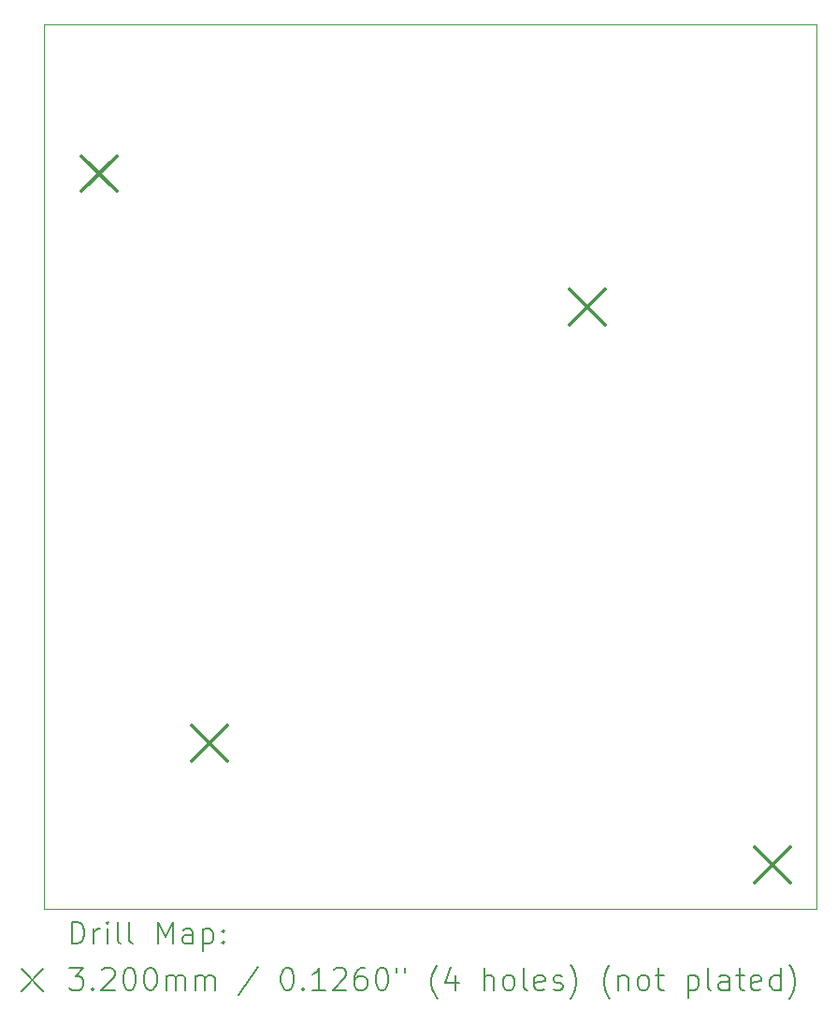
<source format=gbr>
%TF.GenerationSoftware,KiCad,Pcbnew,(6.0.8-1)-1*%
%TF.CreationDate,2022-11-24T03:45:07+08:00*%
%TF.ProjectId,CCTV3_F407_REV200,43435456-335f-4463-9430-375f52455632,rev?*%
%TF.SameCoordinates,Original*%
%TF.FileFunction,Drillmap*%
%TF.FilePolarity,Positive*%
%FSLAX45Y45*%
G04 Gerber Fmt 4.5, Leading zero omitted, Abs format (unit mm)*
G04 Created by KiCad (PCBNEW (6.0.8-1)-1) date 2022-11-24 03:45:07*
%MOMM*%
%LPD*%
G01*
G04 APERTURE LIST*
%ADD10C,0.100000*%
%ADD11C,0.200000*%
%ADD12C,0.320000*%
G04 APERTURE END LIST*
D10*
X2000000Y-2000000D02*
X9000000Y-2000000D01*
X9000000Y-2000000D02*
X9000000Y-10000000D01*
X9000000Y-10000000D02*
X2000000Y-10000000D01*
X2000000Y-10000000D02*
X2000000Y-2000000D01*
D11*
D12*
X2340000Y-3190000D02*
X2660000Y-3510000D01*
X2660000Y-3190000D02*
X2340000Y-3510000D01*
X3340000Y-8340000D02*
X3660000Y-8660000D01*
X3660000Y-8340000D02*
X3340000Y-8660000D01*
X6760000Y-4400000D02*
X7080000Y-4720000D01*
X7080000Y-4400000D02*
X6760000Y-4720000D01*
X8440000Y-9440000D02*
X8760000Y-9760000D01*
X8760000Y-9440000D02*
X8440000Y-9760000D01*
D11*
X2252619Y-10315476D02*
X2252619Y-10115476D01*
X2300238Y-10115476D01*
X2328810Y-10125000D01*
X2347857Y-10144048D01*
X2357381Y-10163095D01*
X2366905Y-10201190D01*
X2366905Y-10229762D01*
X2357381Y-10267857D01*
X2347857Y-10286905D01*
X2328810Y-10305952D01*
X2300238Y-10315476D01*
X2252619Y-10315476D01*
X2452619Y-10315476D02*
X2452619Y-10182143D01*
X2452619Y-10220238D02*
X2462143Y-10201190D01*
X2471667Y-10191667D01*
X2490714Y-10182143D01*
X2509762Y-10182143D01*
X2576429Y-10315476D02*
X2576429Y-10182143D01*
X2576429Y-10115476D02*
X2566905Y-10125000D01*
X2576429Y-10134524D01*
X2585952Y-10125000D01*
X2576429Y-10115476D01*
X2576429Y-10134524D01*
X2700238Y-10315476D02*
X2681190Y-10305952D01*
X2671667Y-10286905D01*
X2671667Y-10115476D01*
X2805000Y-10315476D02*
X2785952Y-10305952D01*
X2776429Y-10286905D01*
X2776429Y-10115476D01*
X3033571Y-10315476D02*
X3033571Y-10115476D01*
X3100238Y-10258333D01*
X3166905Y-10115476D01*
X3166905Y-10315476D01*
X3347857Y-10315476D02*
X3347857Y-10210714D01*
X3338333Y-10191667D01*
X3319286Y-10182143D01*
X3281190Y-10182143D01*
X3262143Y-10191667D01*
X3347857Y-10305952D02*
X3328809Y-10315476D01*
X3281190Y-10315476D01*
X3262143Y-10305952D01*
X3252619Y-10286905D01*
X3252619Y-10267857D01*
X3262143Y-10248810D01*
X3281190Y-10239286D01*
X3328809Y-10239286D01*
X3347857Y-10229762D01*
X3443095Y-10182143D02*
X3443095Y-10382143D01*
X3443095Y-10191667D02*
X3462143Y-10182143D01*
X3500238Y-10182143D01*
X3519286Y-10191667D01*
X3528809Y-10201190D01*
X3538333Y-10220238D01*
X3538333Y-10277381D01*
X3528809Y-10296429D01*
X3519286Y-10305952D01*
X3500238Y-10315476D01*
X3462143Y-10315476D01*
X3443095Y-10305952D01*
X3624048Y-10296429D02*
X3633571Y-10305952D01*
X3624048Y-10315476D01*
X3614524Y-10305952D01*
X3624048Y-10296429D01*
X3624048Y-10315476D01*
X3624048Y-10191667D02*
X3633571Y-10201190D01*
X3624048Y-10210714D01*
X3614524Y-10201190D01*
X3624048Y-10191667D01*
X3624048Y-10210714D01*
X1795000Y-10545000D02*
X1995000Y-10745000D01*
X1995000Y-10545000D02*
X1795000Y-10745000D01*
X2233571Y-10535476D02*
X2357381Y-10535476D01*
X2290714Y-10611667D01*
X2319286Y-10611667D01*
X2338333Y-10621190D01*
X2347857Y-10630714D01*
X2357381Y-10649762D01*
X2357381Y-10697381D01*
X2347857Y-10716429D01*
X2338333Y-10725952D01*
X2319286Y-10735476D01*
X2262143Y-10735476D01*
X2243095Y-10725952D01*
X2233571Y-10716429D01*
X2443095Y-10716429D02*
X2452619Y-10725952D01*
X2443095Y-10735476D01*
X2433571Y-10725952D01*
X2443095Y-10716429D01*
X2443095Y-10735476D01*
X2528810Y-10554524D02*
X2538333Y-10545000D01*
X2557381Y-10535476D01*
X2605000Y-10535476D01*
X2624048Y-10545000D01*
X2633571Y-10554524D01*
X2643095Y-10573571D01*
X2643095Y-10592619D01*
X2633571Y-10621190D01*
X2519286Y-10735476D01*
X2643095Y-10735476D01*
X2766905Y-10535476D02*
X2785952Y-10535476D01*
X2805000Y-10545000D01*
X2814524Y-10554524D01*
X2824048Y-10573571D01*
X2833571Y-10611667D01*
X2833571Y-10659286D01*
X2824048Y-10697381D01*
X2814524Y-10716429D01*
X2805000Y-10725952D01*
X2785952Y-10735476D01*
X2766905Y-10735476D01*
X2747857Y-10725952D01*
X2738333Y-10716429D01*
X2728810Y-10697381D01*
X2719286Y-10659286D01*
X2719286Y-10611667D01*
X2728810Y-10573571D01*
X2738333Y-10554524D01*
X2747857Y-10545000D01*
X2766905Y-10535476D01*
X2957381Y-10535476D02*
X2976428Y-10535476D01*
X2995476Y-10545000D01*
X3005000Y-10554524D01*
X3014524Y-10573571D01*
X3024048Y-10611667D01*
X3024048Y-10659286D01*
X3014524Y-10697381D01*
X3005000Y-10716429D01*
X2995476Y-10725952D01*
X2976428Y-10735476D01*
X2957381Y-10735476D01*
X2938333Y-10725952D01*
X2928809Y-10716429D01*
X2919286Y-10697381D01*
X2909762Y-10659286D01*
X2909762Y-10611667D01*
X2919286Y-10573571D01*
X2928809Y-10554524D01*
X2938333Y-10545000D01*
X2957381Y-10535476D01*
X3109762Y-10735476D02*
X3109762Y-10602143D01*
X3109762Y-10621190D02*
X3119286Y-10611667D01*
X3138333Y-10602143D01*
X3166905Y-10602143D01*
X3185952Y-10611667D01*
X3195476Y-10630714D01*
X3195476Y-10735476D01*
X3195476Y-10630714D02*
X3205000Y-10611667D01*
X3224048Y-10602143D01*
X3252619Y-10602143D01*
X3271667Y-10611667D01*
X3281190Y-10630714D01*
X3281190Y-10735476D01*
X3376428Y-10735476D02*
X3376428Y-10602143D01*
X3376428Y-10621190D02*
X3385952Y-10611667D01*
X3405000Y-10602143D01*
X3433571Y-10602143D01*
X3452619Y-10611667D01*
X3462143Y-10630714D01*
X3462143Y-10735476D01*
X3462143Y-10630714D02*
X3471667Y-10611667D01*
X3490714Y-10602143D01*
X3519286Y-10602143D01*
X3538333Y-10611667D01*
X3547857Y-10630714D01*
X3547857Y-10735476D01*
X3938333Y-10525952D02*
X3766905Y-10783095D01*
X4195476Y-10535476D02*
X4214524Y-10535476D01*
X4233571Y-10545000D01*
X4243095Y-10554524D01*
X4252619Y-10573571D01*
X4262143Y-10611667D01*
X4262143Y-10659286D01*
X4252619Y-10697381D01*
X4243095Y-10716429D01*
X4233571Y-10725952D01*
X4214524Y-10735476D01*
X4195476Y-10735476D01*
X4176428Y-10725952D01*
X4166905Y-10716429D01*
X4157381Y-10697381D01*
X4147857Y-10659286D01*
X4147857Y-10611667D01*
X4157381Y-10573571D01*
X4166905Y-10554524D01*
X4176428Y-10545000D01*
X4195476Y-10535476D01*
X4347857Y-10716429D02*
X4357381Y-10725952D01*
X4347857Y-10735476D01*
X4338333Y-10725952D01*
X4347857Y-10716429D01*
X4347857Y-10735476D01*
X4547857Y-10735476D02*
X4433571Y-10735476D01*
X4490714Y-10735476D02*
X4490714Y-10535476D01*
X4471667Y-10564048D01*
X4452619Y-10583095D01*
X4433571Y-10592619D01*
X4624048Y-10554524D02*
X4633571Y-10545000D01*
X4652619Y-10535476D01*
X4700238Y-10535476D01*
X4719286Y-10545000D01*
X4728810Y-10554524D01*
X4738333Y-10573571D01*
X4738333Y-10592619D01*
X4728810Y-10621190D01*
X4614524Y-10735476D01*
X4738333Y-10735476D01*
X4909762Y-10535476D02*
X4871667Y-10535476D01*
X4852619Y-10545000D01*
X4843095Y-10554524D01*
X4824048Y-10583095D01*
X4814524Y-10621190D01*
X4814524Y-10697381D01*
X4824048Y-10716429D01*
X4833571Y-10725952D01*
X4852619Y-10735476D01*
X4890714Y-10735476D01*
X4909762Y-10725952D01*
X4919286Y-10716429D01*
X4928810Y-10697381D01*
X4928810Y-10649762D01*
X4919286Y-10630714D01*
X4909762Y-10621190D01*
X4890714Y-10611667D01*
X4852619Y-10611667D01*
X4833571Y-10621190D01*
X4824048Y-10630714D01*
X4814524Y-10649762D01*
X5052619Y-10535476D02*
X5071667Y-10535476D01*
X5090714Y-10545000D01*
X5100238Y-10554524D01*
X5109762Y-10573571D01*
X5119286Y-10611667D01*
X5119286Y-10659286D01*
X5109762Y-10697381D01*
X5100238Y-10716429D01*
X5090714Y-10725952D01*
X5071667Y-10735476D01*
X5052619Y-10735476D01*
X5033571Y-10725952D01*
X5024048Y-10716429D01*
X5014524Y-10697381D01*
X5005000Y-10659286D01*
X5005000Y-10611667D01*
X5014524Y-10573571D01*
X5024048Y-10554524D01*
X5033571Y-10545000D01*
X5052619Y-10535476D01*
X5195476Y-10535476D02*
X5195476Y-10573571D01*
X5271667Y-10535476D02*
X5271667Y-10573571D01*
X5566905Y-10811667D02*
X5557381Y-10802143D01*
X5538333Y-10773571D01*
X5528810Y-10754524D01*
X5519286Y-10725952D01*
X5509762Y-10678333D01*
X5509762Y-10640238D01*
X5519286Y-10592619D01*
X5528810Y-10564048D01*
X5538333Y-10545000D01*
X5557381Y-10516429D01*
X5566905Y-10506905D01*
X5728809Y-10602143D02*
X5728809Y-10735476D01*
X5681190Y-10525952D02*
X5633571Y-10668810D01*
X5757381Y-10668810D01*
X5985952Y-10735476D02*
X5985952Y-10535476D01*
X6071667Y-10735476D02*
X6071667Y-10630714D01*
X6062143Y-10611667D01*
X6043095Y-10602143D01*
X6014524Y-10602143D01*
X5995476Y-10611667D01*
X5985952Y-10621190D01*
X6195476Y-10735476D02*
X6176428Y-10725952D01*
X6166905Y-10716429D01*
X6157381Y-10697381D01*
X6157381Y-10640238D01*
X6166905Y-10621190D01*
X6176428Y-10611667D01*
X6195476Y-10602143D01*
X6224048Y-10602143D01*
X6243095Y-10611667D01*
X6252619Y-10621190D01*
X6262143Y-10640238D01*
X6262143Y-10697381D01*
X6252619Y-10716429D01*
X6243095Y-10725952D01*
X6224048Y-10735476D01*
X6195476Y-10735476D01*
X6376428Y-10735476D02*
X6357381Y-10725952D01*
X6347857Y-10706905D01*
X6347857Y-10535476D01*
X6528809Y-10725952D02*
X6509762Y-10735476D01*
X6471667Y-10735476D01*
X6452619Y-10725952D01*
X6443095Y-10706905D01*
X6443095Y-10630714D01*
X6452619Y-10611667D01*
X6471667Y-10602143D01*
X6509762Y-10602143D01*
X6528809Y-10611667D01*
X6538333Y-10630714D01*
X6538333Y-10649762D01*
X6443095Y-10668810D01*
X6614524Y-10725952D02*
X6633571Y-10735476D01*
X6671667Y-10735476D01*
X6690714Y-10725952D01*
X6700238Y-10706905D01*
X6700238Y-10697381D01*
X6690714Y-10678333D01*
X6671667Y-10668810D01*
X6643095Y-10668810D01*
X6624048Y-10659286D01*
X6614524Y-10640238D01*
X6614524Y-10630714D01*
X6624048Y-10611667D01*
X6643095Y-10602143D01*
X6671667Y-10602143D01*
X6690714Y-10611667D01*
X6766905Y-10811667D02*
X6776428Y-10802143D01*
X6795476Y-10773571D01*
X6805000Y-10754524D01*
X6814524Y-10725952D01*
X6824048Y-10678333D01*
X6824048Y-10640238D01*
X6814524Y-10592619D01*
X6805000Y-10564048D01*
X6795476Y-10545000D01*
X6776428Y-10516429D01*
X6766905Y-10506905D01*
X7128809Y-10811667D02*
X7119286Y-10802143D01*
X7100238Y-10773571D01*
X7090714Y-10754524D01*
X7081190Y-10725952D01*
X7071667Y-10678333D01*
X7071667Y-10640238D01*
X7081190Y-10592619D01*
X7090714Y-10564048D01*
X7100238Y-10545000D01*
X7119286Y-10516429D01*
X7128809Y-10506905D01*
X7205000Y-10602143D02*
X7205000Y-10735476D01*
X7205000Y-10621190D02*
X7214524Y-10611667D01*
X7233571Y-10602143D01*
X7262143Y-10602143D01*
X7281190Y-10611667D01*
X7290714Y-10630714D01*
X7290714Y-10735476D01*
X7414524Y-10735476D02*
X7395476Y-10725952D01*
X7385952Y-10716429D01*
X7376428Y-10697381D01*
X7376428Y-10640238D01*
X7385952Y-10621190D01*
X7395476Y-10611667D01*
X7414524Y-10602143D01*
X7443095Y-10602143D01*
X7462143Y-10611667D01*
X7471667Y-10621190D01*
X7481190Y-10640238D01*
X7481190Y-10697381D01*
X7471667Y-10716429D01*
X7462143Y-10725952D01*
X7443095Y-10735476D01*
X7414524Y-10735476D01*
X7538333Y-10602143D02*
X7614524Y-10602143D01*
X7566905Y-10535476D02*
X7566905Y-10706905D01*
X7576428Y-10725952D01*
X7595476Y-10735476D01*
X7614524Y-10735476D01*
X7833571Y-10602143D02*
X7833571Y-10802143D01*
X7833571Y-10611667D02*
X7852619Y-10602143D01*
X7890714Y-10602143D01*
X7909762Y-10611667D01*
X7919286Y-10621190D01*
X7928809Y-10640238D01*
X7928809Y-10697381D01*
X7919286Y-10716429D01*
X7909762Y-10725952D01*
X7890714Y-10735476D01*
X7852619Y-10735476D01*
X7833571Y-10725952D01*
X8043095Y-10735476D02*
X8024048Y-10725952D01*
X8014524Y-10706905D01*
X8014524Y-10535476D01*
X8205000Y-10735476D02*
X8205000Y-10630714D01*
X8195476Y-10611667D01*
X8176428Y-10602143D01*
X8138333Y-10602143D01*
X8119286Y-10611667D01*
X8205000Y-10725952D02*
X8185952Y-10735476D01*
X8138333Y-10735476D01*
X8119286Y-10725952D01*
X8109762Y-10706905D01*
X8109762Y-10687857D01*
X8119286Y-10668810D01*
X8138333Y-10659286D01*
X8185952Y-10659286D01*
X8205000Y-10649762D01*
X8271667Y-10602143D02*
X8347857Y-10602143D01*
X8300238Y-10535476D02*
X8300238Y-10706905D01*
X8309762Y-10725952D01*
X8328809Y-10735476D01*
X8347857Y-10735476D01*
X8490714Y-10725952D02*
X8471667Y-10735476D01*
X8433571Y-10735476D01*
X8414524Y-10725952D01*
X8405000Y-10706905D01*
X8405000Y-10630714D01*
X8414524Y-10611667D01*
X8433571Y-10602143D01*
X8471667Y-10602143D01*
X8490714Y-10611667D01*
X8500238Y-10630714D01*
X8500238Y-10649762D01*
X8405000Y-10668810D01*
X8671667Y-10735476D02*
X8671667Y-10535476D01*
X8671667Y-10725952D02*
X8652619Y-10735476D01*
X8614524Y-10735476D01*
X8595476Y-10725952D01*
X8585952Y-10716429D01*
X8576429Y-10697381D01*
X8576429Y-10640238D01*
X8585952Y-10621190D01*
X8595476Y-10611667D01*
X8614524Y-10602143D01*
X8652619Y-10602143D01*
X8671667Y-10611667D01*
X8747857Y-10811667D02*
X8757381Y-10802143D01*
X8776429Y-10773571D01*
X8785952Y-10754524D01*
X8795476Y-10725952D01*
X8805000Y-10678333D01*
X8805000Y-10640238D01*
X8795476Y-10592619D01*
X8785952Y-10564048D01*
X8776429Y-10545000D01*
X8757381Y-10516429D01*
X8747857Y-10506905D01*
M02*

</source>
